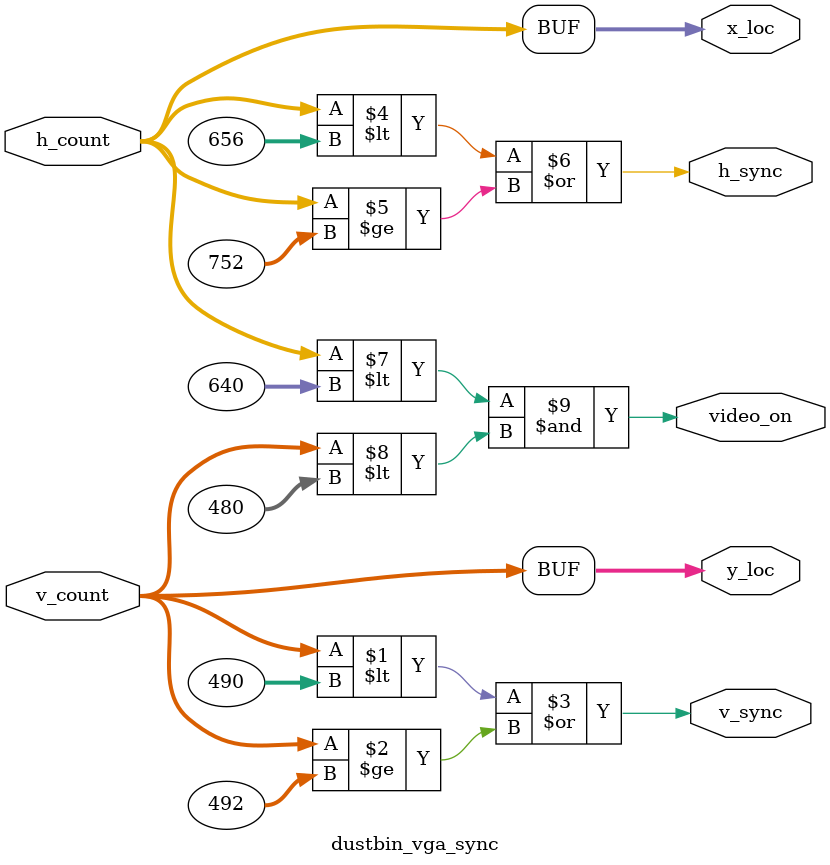
<source format=v>

`timescale 1ns / 1ps

module dustbin_vga_sync(
    input [9:0]h_count,
    input [9:0]v_count,
    output h_sync,
    output v_sync,
    output video_on,
    output [9:0]x_loc,
    output [9:0]y_loc
    );
    
    //horizontal
    localparam HD = 640;
    localparam HF = 16;
    localparam HR = 96;
    localparam HB = 48;
    
    //vertical
    localparam VD = 480;
    localparam VF = 10;
    localparam VR = 2;
    localparam VB = 33;
    
    assign v_sync = (v_count < (VD+VF)) | (v_count >= (VD+VF+VR)); 
    assign h_sync = (h_count < (HD+HF)) | (h_count >= (HD+HF+HR));
    assign video_on = (h_count < HD) & (v_count<VD);
    
    assign x_loc = h_count;
    assign y_loc = v_count;
    
endmodule

</source>
